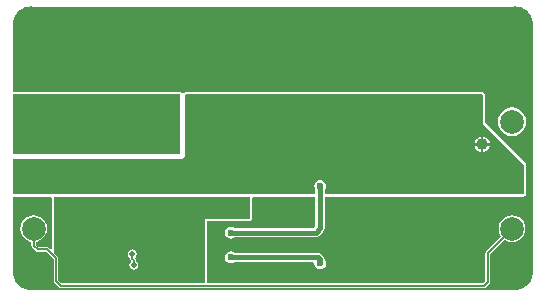
<source format=gbl>
G04 Layer_Physical_Order=4*
G04 Layer_Color=16711680*
%FSAX44Y44*%
%MOMM*%
G71*
G01*
G75*
%ADD12C,1.0000*%
%ADD23C,0.1270*%
%ADD27C,0.3810*%
%ADD30C,2.0000*%
G04:AMPARAMS|DCode=31|XSize=2mm|YSize=2mm|CornerRadius=0.5mm|HoleSize=0mm|Usage=FLASHONLY|Rotation=270.000|XOffset=0mm|YOffset=0mm|HoleType=Round|Shape=RoundedRectangle|*
%AMROUNDEDRECTD31*
21,1,2.0000,1.0000,0,0,270.0*
21,1,1.0000,2.0000,0,0,270.0*
1,1,1.0000,-0.5000,-0.5000*
1,1,1.0000,-0.5000,0.5000*
1,1,1.0000,0.5000,0.5000*
1,1,1.0000,0.5000,-0.5000*
%
%ADD31ROUNDEDRECTD31*%
%ADD32C,3.0000*%
%ADD33C,0.5000*%
%ADD34C,0.6000*%
G36*
X06866500Y08570500D02*
X06866500Y08520000D01*
X06725098Y08520000D01*
Y08570500D01*
X06866500Y08570500D01*
D02*
G37*
G36*
X07121652Y08570750D02*
X07121837Y08570713D01*
X07121994Y08570608D01*
X07122609Y08569994D01*
X07122714Y08569836D01*
X07122750Y08569651D01*
X07122750Y08547544D01*
X07122750Y08546345D01*
X07122750Y08546345D01*
X07122750Y08546344D01*
X07122750Y08545500D01*
X07123347Y08544902D01*
X07123347Y08544902D01*
X07123347Y08544902D01*
X07157557Y08510693D01*
X07157662Y08510536D01*
X07157698Y08510351D01*
X07157699Y08487110D01*
X07157662Y08486924D01*
X07157557Y08486768D01*
X07156943Y08486153D01*
X07156786Y08486048D01*
X07156600Y08486011D01*
X06988981D01*
Y08489959D01*
X06989710Y08491049D01*
X06990098Y08493000D01*
X06989710Y08494951D01*
X06988605Y08496605D01*
X06986951Y08497710D01*
X06985000Y08498098D01*
X06983049Y08497710D01*
X06981395Y08496605D01*
X06980290Y08494951D01*
X06979902Y08493000D01*
X06980290Y08491049D01*
X06981019Y08489959D01*
Y08486011D01*
X06725098D01*
Y08515922D01*
X06866500Y08515922D01*
X06868061Y08516232D01*
X06869384Y08517116D01*
X06870268Y08518439D01*
X06870579Y08520000D01*
X06870578Y08569681D01*
X06870591Y08569691D01*
X06870698Y08569730D01*
X06870910Y08569924D01*
X06871143Y08570094D01*
X06871633Y08570628D01*
X06871732Y08570694D01*
X06871758Y08570720D01*
X06871795Y08570722D01*
X06871910Y08570750D01*
X06893500D01*
X07121652Y08570750D01*
D02*
G37*
G36*
X06925500Y08465898D02*
X06924602Y08465000D01*
X06887250Y08465000D01*
X06887250Y08410537D01*
X06766036D01*
X06763224Y08413349D01*
Y08431750D01*
X06763076Y08432493D01*
X06762655Y08433123D01*
X06759750Y08436028D01*
X06759750Y08483965D01*
X06925500Y08483968D01*
X06925500Y08465898D01*
D02*
G37*
G36*
X06740000Y08644902D02*
X07150000D01*
X07151468Y08644902D01*
X07154347Y08644329D01*
X07157059Y08643206D01*
X07159500Y08641575D01*
X07161575Y08639500D01*
X07163206Y08637059D01*
X07164329Y08634347D01*
X07164902Y08631468D01*
X07164902Y08630000D01*
Y08420000D01*
X07164902Y08418532D01*
X07164329Y08415653D01*
X07163206Y08412941D01*
X07161575Y08410500D01*
X07159500Y08408425D01*
X07157059Y08406794D01*
X07154347Y08405671D01*
X07151468Y08405098D01*
X06738532D01*
X06735653Y08405671D01*
X06732941Y08406794D01*
X06730500Y08408425D01*
X06728425Y08410500D01*
X06726794Y08412941D01*
X06725671Y08415653D01*
X06725098Y08418532D01*
X06725098Y08420000D01*
Y08483972D01*
X06756444D01*
X06757711Y08482702D01*
X06757711Y08439727D01*
X06756537Y08439241D01*
X06755155Y08440623D01*
X06754525Y08441044D01*
X06753782Y08441192D01*
X06746555D01*
X06744442Y08443304D01*
Y08445688D01*
X06745442Y08445820D01*
X06748184Y08446956D01*
X06750538Y08448762D01*
X06752344Y08451116D01*
X06753480Y08453858D01*
X06753867Y08456800D01*
X06753480Y08459742D01*
X06752344Y08462484D01*
X06750538Y08464838D01*
X06748184Y08466644D01*
X06745442Y08467780D01*
X06742500Y08468167D01*
X06739558Y08467780D01*
X06736816Y08466644D01*
X06734462Y08464838D01*
X06732656Y08462484D01*
X06731520Y08459742D01*
X06731133Y08456800D01*
X06731520Y08453858D01*
X06732656Y08451116D01*
X06734462Y08448762D01*
X06736816Y08446956D01*
X06739558Y08445820D01*
X06740558Y08445688D01*
Y08442500D01*
X06740706Y08441757D01*
X06741127Y08441127D01*
X06744377Y08437877D01*
X06745007Y08437455D01*
X06745750Y08437308D01*
X06752977D01*
X06759339Y08430945D01*
Y08412545D01*
X06759487Y08411801D01*
X06759908Y08411171D01*
X06763857Y08407222D01*
X06763857Y08407222D01*
X06764488Y08406801D01*
X06765231Y08406653D01*
X07124095D01*
X07124838Y08406801D01*
X07125468Y08407222D01*
X07128219Y08409972D01*
X07128640Y08410602D01*
X07128787Y08411345D01*
Y08435341D01*
X07141016Y08447570D01*
X07141816Y08446956D01*
X07144558Y08445820D01*
X07147500Y08445433D01*
X07150442Y08445820D01*
X07153184Y08446956D01*
X07155538Y08448762D01*
X07157344Y08451116D01*
X07158480Y08453858D01*
X07158867Y08456800D01*
X07158480Y08459742D01*
X07157344Y08462484D01*
X07155538Y08464838D01*
X07153184Y08466644D01*
X07150442Y08467780D01*
X07147500Y08468167D01*
X07144558Y08467780D01*
X07141816Y08466644D01*
X07139462Y08464838D01*
X07137656Y08462484D01*
X07136520Y08459742D01*
X07136133Y08456800D01*
X07136520Y08453858D01*
X07137656Y08451116D01*
X07138270Y08450316D01*
X07125472Y08437519D01*
X07125051Y08436888D01*
X07124903Y08436145D01*
Y08412150D01*
X07123290Y08410537D01*
X06889289D01*
X06889289Y08462961D01*
X06924602Y08462961D01*
X06925383Y08463116D01*
X06926044Y08463558D01*
X06926942Y08464456D01*
X06926942Y08464456D01*
X06927384Y08465118D01*
X06927540Y08465898D01*
X06927539Y08482702D01*
X06928807Y08483972D01*
X06981019D01*
Y08458899D01*
X06979601Y08457482D01*
X06912541D01*
X06911451Y08458210D01*
X06909500Y08458598D01*
X06907549Y08458210D01*
X06905895Y08457105D01*
X06904790Y08455451D01*
X06904402Y08453500D01*
X06904790Y08451549D01*
X06905895Y08449895D01*
X06907549Y08448790D01*
X06909500Y08448402D01*
X06911451Y08448790D01*
X06912541Y08449518D01*
X06981250D01*
X06982773Y08449822D01*
X06984066Y08450685D01*
X06987816Y08454435D01*
X06988679Y08455726D01*
X06988981Y08457250D01*
Y08483972D01*
X07156600D01*
X07156797Y08484011D01*
X07156998Y08484011D01*
X07157184Y08484048D01*
X07157369Y08484125D01*
X07157380Y08484127D01*
X07157390Y08484134D01*
X07157712Y08484267D01*
X07157723Y08484269D01*
X07157733Y08484276D01*
X07157919Y08484352D01*
X07158076Y08484457D01*
X07158218Y08484600D01*
X07158384Y08484711D01*
X07158999Y08485325D01*
X07159111Y08485493D01*
X07159252Y08485635D01*
X07159357Y08485792D01*
X07159434Y08485977D01*
X07159441Y08485987D01*
X07159443Y08485999D01*
X07159576Y08486320D01*
X07159583Y08486330D01*
X07159585Y08486341D01*
X07159662Y08486526D01*
X07159699Y08486712D01*
X07159699Y08486913D01*
X07159738Y08487110D01*
X07159738Y08510351D01*
X07159698Y08510548D01*
Y08510749D01*
X07159662Y08510934D01*
X07159585Y08511120D01*
X07159583Y08511132D01*
X07159576Y08511141D01*
X07159443Y08511462D01*
X07159440Y08511474D01*
X07159434Y08511484D01*
X07159357Y08511669D01*
X07159252Y08511827D01*
X07159110Y08511968D01*
X07158998Y08512136D01*
X07124789Y08546345D01*
X07124789Y08547544D01*
X07124789Y08569651D01*
X07124750Y08569848D01*
Y08570049D01*
X07124714Y08570234D01*
X07124637Y08570420D01*
X07124634Y08570432D01*
X07124628Y08570441D01*
X07124495Y08570763D01*
X07124492Y08570774D01*
X07124486Y08570784D01*
X07124409Y08570969D01*
X07124409Y08570969D01*
X07124304Y08571127D01*
X07124162Y08571269D01*
X07124050Y08571436D01*
X07123436Y08572050D01*
X07123269Y08572161D01*
X07123127Y08572303D01*
X07122970Y08572408D01*
X07122970Y08572408D01*
X07122970Y08572408D01*
X07122784Y08572485D01*
X07122775Y08572492D01*
X07122764Y08572494D01*
X07122576Y08572572D01*
X07122441Y08572628D01*
X07122432Y08572634D01*
X07122421Y08572636D01*
X07122235Y08572713D01*
X07122235D01*
X07122234Y08572713D01*
X07122050Y08572750D01*
X07121849D01*
X07121652Y08572789D01*
X06893500Y08572789D01*
X06871910D01*
X06871760Y08572759D01*
X06871758Y08572759D01*
X06871735Y08572755D01*
X06871708Y08572759D01*
X06871671Y08572758D01*
X06871591Y08572738D01*
X06871428Y08572731D01*
X06871313Y08572703D01*
X06871191Y08572647D01*
X06870977Y08572604D01*
X06870941Y08572580D01*
X06870898Y08572570D01*
X06870722Y08572441D01*
X06870599Y08572390D01*
X06870500Y08572324D01*
X06870385Y08572208D01*
X06870316Y08572162D01*
X06870289Y08572136D01*
X06870274Y08572113D01*
X06870256Y08572100D01*
X06870255Y08572098D01*
X06870131Y08572007D01*
X06869777Y08571622D01*
X06869706Y08571570D01*
X06869630Y08571487D01*
X06869337Y08571438D01*
X06868796Y08571467D01*
X06868444Y08571543D01*
X06868049Y08571782D01*
X06867942Y08571942D01*
X06867280Y08572384D01*
X06866500Y08572539D01*
X06725098Y08572539D01*
Y08630000D01*
X06725098Y08631468D01*
X06725671Y08634347D01*
X06726794Y08637059D01*
X06728425Y08639500D01*
X06730500Y08641575D01*
X06732941Y08643206D01*
X06735653Y08644329D01*
X06738532Y08644902D01*
X06740000Y08644902D01*
D02*
G37*
%LPC*%
G36*
X07123263Y08534697D02*
Y08529267D01*
X07128694D01*
X07128604Y08529953D01*
X07127946Y08531540D01*
X07126900Y08532903D01*
X07125537Y08533949D01*
X07123950Y08534606D01*
X07123263Y08534697D01*
D02*
G37*
G36*
X07121230Y08534697D02*
X07120544Y08534606D01*
X07118957Y08533949D01*
X07117595Y08532903D01*
X07116548Y08531540D01*
X07115891Y08529953D01*
X07115801Y08529267D01*
X07121230D01*
Y08534697D01*
D02*
G37*
G36*
Y08527234D02*
X07115801D01*
X07115891Y08526547D01*
X07116548Y08524960D01*
X07117595Y08523597D01*
X07118957Y08522551D01*
X07120544Y08521894D01*
X07121230Y08521804D01*
Y08527234D01*
D02*
G37*
G36*
X07128694D02*
X07123263D01*
Y08521804D01*
X07123950Y08521894D01*
X07125537Y08522551D01*
X07126900Y08523597D01*
X07127946Y08524960D01*
X07128604Y08526547D01*
X07128694Y08527234D01*
D02*
G37*
G36*
X06826000Y08439344D02*
X06824529Y08439051D01*
X06823282Y08438218D01*
X06822449Y08436971D01*
X06822156Y08435500D01*
X06822449Y08434029D01*
X06823282Y08432782D01*
X06824058Y08432264D01*
Y08431523D01*
X06824205Y08430781D01*
X06824548Y08430269D01*
X06824622Y08430047D01*
X06824570Y08428756D01*
X06823737Y08427509D01*
X06823444Y08426038D01*
X06823737Y08424567D01*
X06824570Y08423320D01*
X06825817Y08422487D01*
X06827288Y08422194D01*
X06828759Y08422487D01*
X06830006Y08423320D01*
X06830839Y08424567D01*
X06831132Y08426038D01*
X06830839Y08427509D01*
X06830006Y08428756D01*
X06829230Y08429274D01*
Y08430236D01*
X06829230Y08430236D01*
X06829082Y08430979D01*
X06828661Y08431609D01*
X06828726Y08432793D01*
X06829551Y08434029D01*
X06829844Y08435500D01*
X06829551Y08436971D01*
X06828718Y08438218D01*
X06827471Y08439051D01*
X06826000Y08439344D01*
D02*
G37*
G36*
X07147500Y08559504D02*
X07144368Y08559091D01*
X07141448Y08557882D01*
X07138942Y08555959D01*
X07137018Y08553452D01*
X07135809Y08550533D01*
X07135396Y08547400D01*
X07135809Y08544268D01*
X07137018Y08541348D01*
X07138942Y08538842D01*
X07141448Y08536918D01*
X07144368Y08535709D01*
X07147500Y08535297D01*
X07150632Y08535709D01*
X07153552Y08536918D01*
X07156058Y08538842D01*
X07157982Y08541348D01*
X07159191Y08544268D01*
X07159604Y08547400D01*
X07159191Y08550533D01*
X07157982Y08553452D01*
X07156058Y08555959D01*
X07153552Y08557882D01*
X07150632Y08559091D01*
X07147500Y08559504D01*
D02*
G37*
G36*
X06909500Y08437635D02*
X06907549Y08437248D01*
X06905895Y08436143D01*
X06904790Y08434489D01*
X06904402Y08432538D01*
X06904790Y08430587D01*
X06905895Y08428933D01*
X06907549Y08427828D01*
X06909500Y08427440D01*
X06911451Y08427828D01*
X06912541Y08428557D01*
X06979111D01*
X06979917Y08427574D01*
X06979902Y08427500D01*
X06980290Y08425549D01*
X06981395Y08423895D01*
X06983049Y08422790D01*
X06985000Y08422402D01*
X06986951Y08422790D01*
X06988605Y08423895D01*
X06989710Y08425549D01*
X06990098Y08427500D01*
X06989710Y08429451D01*
X06988981Y08430541D01*
Y08430848D01*
X06988679Y08432372D01*
X06987816Y08433663D01*
X06986125Y08435353D01*
X06984834Y08436216D01*
X06983310Y08436519D01*
X06912541D01*
X06911451Y08437248D01*
X06909500Y08437635D01*
D02*
G37*
%LPD*%
D12*
X07122247Y08528250D02*
D03*
D23*
X06761282Y08412545D02*
Y08431750D01*
X06753782Y08439250D02*
X06761282Y08431750D01*
X06745750Y08439250D02*
X06753782D01*
X06742500Y08442500D02*
X06745750Y08439250D01*
X06742500Y08442500D02*
Y08456800D01*
X07126845Y08411345D02*
Y08436145D01*
X07147500Y08456800D01*
X07124095Y08408595D02*
X07126845Y08411345D01*
X06765231Y08408595D02*
X07124095D01*
X06761282Y08412545D02*
X06765231Y08408595D01*
X06827288Y08426038D02*
Y08430236D01*
X06826000Y08431523D02*
X06827288Y08430236D01*
X06826000Y08431523D02*
Y08435500D01*
D27*
X06981250Y08453500D02*
X06985000Y08457250D01*
Y08493000D01*
X06909500Y08453500D02*
X06981250D01*
X06909500Y08432538D02*
X06983310D01*
X06985000Y08430848D01*
Y08427500D02*
Y08430848D01*
D30*
X06742500Y08547733D02*
D03*
Y08502267D02*
D03*
Y08456800D02*
D03*
X07147500Y08547400D02*
D03*
Y08502600D02*
D03*
Y08456800D02*
D03*
D31*
X06742500Y08593200D02*
D03*
X07147500D02*
D03*
D32*
X06740000Y08420000D02*
D03*
X07150000D02*
D03*
X07150000Y08630000D02*
D03*
X06740000D02*
D03*
D33*
X06872500Y08443288D02*
D03*
X06861500D02*
D03*
X06872500Y08454288D02*
D03*
X06861500D02*
D03*
X07030720Y08423700D02*
D03*
Y08413540D02*
D03*
X07020560Y08423700D02*
D03*
Y08413540D02*
D03*
X07010400Y08423700D02*
D03*
Y08413540D02*
D03*
X07000240Y08423700D02*
D03*
Y08413540D02*
D03*
X06990080D02*
D03*
X06969760D02*
D03*
X06959600D02*
D03*
X06949440D02*
D03*
X06939280D02*
D03*
X06929120Y08423700D02*
D03*
X06908800D02*
D03*
Y08413540D02*
D03*
X06898640D02*
D03*
X06878320Y08474456D02*
D03*
Y08464296D02*
D03*
Y08423656D02*
D03*
Y08413496D02*
D03*
X06868160Y08474456D02*
D03*
Y08464296D02*
D03*
Y08423656D02*
D03*
Y08413496D02*
D03*
X06858000Y08474456D02*
D03*
Y08464296D02*
D03*
Y08423656D02*
D03*
Y08413496D02*
D03*
X06847840Y08423656D02*
D03*
Y08413496D02*
D03*
X06837680D02*
D03*
X06827520D02*
D03*
X06807200D02*
D03*
X06776720Y08474456D02*
D03*
Y08464296D02*
D03*
X06766560Y08474456D02*
D03*
Y08464296D02*
D03*
Y08423656D02*
D03*
Y08413496D02*
D03*
X06795448Y08462750D02*
D03*
X06826000Y08435500D02*
D03*
X06827288Y08426038D02*
D03*
X06907625Y08480750D02*
D03*
X06902000D02*
D03*
X06826500Y08445538D02*
D03*
X06907625Y08474854D02*
D03*
X07071360Y08503920D02*
D03*
Y08514080D02*
D03*
X07081520Y08503920D02*
D03*
Y08514080D02*
D03*
X07091680Y08503920D02*
D03*
Y08514080D02*
D03*
X07101840Y08503920D02*
D03*
Y08514080D02*
D03*
X07112000Y08503920D02*
D03*
Y08514080D02*
D03*
X07122160Y08503920D02*
D03*
Y08514080D02*
D03*
X06766560Y08595360D02*
D03*
Y08615680D02*
D03*
Y08636000D02*
D03*
X06786880Y08615680D02*
D03*
Y08636000D02*
D03*
X06807200Y08595360D02*
D03*
Y08615680D02*
D03*
Y08636000D02*
D03*
X06827520Y08595360D02*
D03*
Y08615680D02*
D03*
Y08636000D02*
D03*
X06847840Y08615680D02*
D03*
Y08636000D02*
D03*
X06868160Y08595360D02*
D03*
Y08615680D02*
D03*
Y08636000D02*
D03*
X06888480Y08595360D02*
D03*
Y08636000D02*
D03*
X06908800Y08595360D02*
D03*
Y08636000D02*
D03*
X06929120Y08595360D02*
D03*
Y08636000D02*
D03*
X06949440Y08595360D02*
D03*
Y08615680D02*
D03*
Y08636000D02*
D03*
X06969760Y08595360D02*
D03*
Y08615680D02*
D03*
Y08636000D02*
D03*
X06990080Y08595360D02*
D03*
Y08615680D02*
D03*
Y08636000D02*
D03*
X07010400Y08595360D02*
D03*
Y08615680D02*
D03*
Y08636000D02*
D03*
X07030720Y08595360D02*
D03*
Y08615680D02*
D03*
Y08636000D02*
D03*
X07051040Y08595360D02*
D03*
Y08615680D02*
D03*
Y08636000D02*
D03*
X07071360Y08595360D02*
D03*
Y08615680D02*
D03*
Y08636000D02*
D03*
X07091680Y08595360D02*
D03*
Y08615680D02*
D03*
Y08636000D02*
D03*
X07112000Y08615680D02*
D03*
Y08636000D02*
D03*
X06729730Y08472170D02*
D03*
Y08481060D02*
D03*
X06738620Y08472170D02*
D03*
Y08481060D02*
D03*
X06747510Y08472170D02*
D03*
Y08481060D02*
D03*
D34*
X06985000Y08493000D02*
D03*
X06909500Y08432538D02*
D03*
X06731000Y08534400D02*
D03*
X06743700D02*
D03*
X06756400D02*
D03*
Y08547100D02*
D03*
Y08559800D02*
D03*
X06769100Y08534400D02*
D03*
Y08547100D02*
D03*
Y08559800D02*
D03*
X06781800Y08534400D02*
D03*
X06794500D02*
D03*
X06807200D02*
D03*
Y08547100D02*
D03*
Y08559800D02*
D03*
X06819900Y08534400D02*
D03*
Y08547100D02*
D03*
Y08559800D02*
D03*
X06832600Y08534400D02*
D03*
Y08547100D02*
D03*
Y08559800D02*
D03*
X06845300Y08534400D02*
D03*
X06858000D02*
D03*
X06909500Y08453500D02*
D03*
X06985000Y08427500D02*
D03*
M02*

</source>
